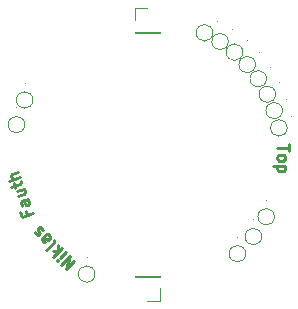
<source format=gto>
G04 #@! TF.GenerationSoftware,KiCad,Pcbnew,5.0.2-bee76a0~70~ubuntu18.04.1*
G04 #@! TF.CreationDate,2019-05-15T03:21:57+02:00*
G04 #@! TF.ProjectId,ring,72696e67-2e6b-4696-9361-645f70636258,rev?*
G04 #@! TF.SameCoordinates,Original*
G04 #@! TF.FileFunction,Legend,Top*
G04 #@! TF.FilePolarity,Positive*
%FSLAX46Y46*%
G04 Gerber Fmt 4.6, Leading zero omitted, Abs format (unit mm)*
G04 Created by KiCad (PCBNEW 5.0.2-bee76a0~70~ubuntu18.04.1) date Mi 15 Mai 2019 03:21:57 CEST*
%MOMM*%
%LPD*%
G01*
G04 APERTURE LIST*
%ADD10C,0.250000*%
%ADD11C,0.120000*%
%ADD12C,0.100000*%
%ADD13C,0.150000*%
G04 APERTURE END LIST*
D10*
X99695909Y-84833968D02*
X99809916Y-85147199D01*
X100302135Y-84968046D02*
X99362443Y-85310066D01*
X99199576Y-84862593D01*
X99862395Y-83759870D02*
X99370175Y-83939023D01*
X99296967Y-84016344D01*
X99284794Y-84122125D01*
X99349940Y-84301114D01*
X99427261Y-84374322D01*
X99817648Y-83776156D02*
X99894969Y-83849364D01*
X99976402Y-84073101D01*
X99964228Y-84178882D01*
X99891020Y-84256202D01*
X99801526Y-84288776D01*
X99695744Y-84276602D01*
X99618424Y-84203394D01*
X99536990Y-83979658D01*
X99459670Y-83906450D01*
X98926487Y-83137685D02*
X99552948Y-82909672D01*
X99073067Y-83540410D02*
X99565287Y-83361257D01*
X99638495Y-83283936D01*
X99650669Y-83178155D01*
X99601809Y-83043913D01*
X99524488Y-82970706D01*
X99463454Y-82942245D01*
X98812480Y-82824454D02*
X98682187Y-82466476D01*
X98450389Y-82804219D02*
X99255840Y-82511059D01*
X99329048Y-82433738D01*
X99341222Y-82327957D01*
X99308648Y-82238463D01*
X99194642Y-81925232D02*
X98254949Y-82267252D01*
X99048062Y-81522506D02*
X98555842Y-81701660D01*
X98482634Y-81778980D01*
X98470460Y-81884762D01*
X98519320Y-82019003D01*
X98596641Y-82092211D01*
X98657674Y-82120672D01*
X103817766Y-89028003D02*
X103110660Y-89735110D01*
X103413705Y-88623942D01*
X102706599Y-89331049D01*
X103076988Y-88287225D02*
X102605583Y-88758629D01*
X102369881Y-88994331D02*
X102437225Y-88994331D01*
X102437225Y-88926988D01*
X102369881Y-88926988D01*
X102369881Y-88994331D01*
X102437225Y-88926988D01*
X102740270Y-87950507D02*
X102033164Y-88657614D01*
X102403553Y-88152538D02*
X102470896Y-87681133D01*
X101999492Y-88152538D02*
X102538240Y-88152538D01*
X102066835Y-87277072D02*
X102100507Y-87378087D01*
X102066835Y-87479103D01*
X101460744Y-88085194D01*
X101494416Y-86704652D02*
X101124026Y-87075042D01*
X101090355Y-87176057D01*
X101124026Y-87277072D01*
X101258713Y-87411759D01*
X101359729Y-87445431D01*
X101460744Y-86738324D02*
X101561759Y-86771996D01*
X101730118Y-86940355D01*
X101763790Y-87041370D01*
X101730118Y-87142385D01*
X101662774Y-87209729D01*
X101561759Y-87243400D01*
X101460744Y-87209729D01*
X101292385Y-87041370D01*
X101191370Y-87007698D01*
X101157698Y-86435278D02*
X101124026Y-86334263D01*
X100989339Y-86199576D01*
X100888324Y-86165904D01*
X100787309Y-86199576D01*
X100753637Y-86233248D01*
X100719965Y-86334263D01*
X100753637Y-86435278D01*
X100854652Y-86536294D01*
X100888324Y-86637309D01*
X100854652Y-86738324D01*
X100820981Y-86771996D01*
X100719965Y-86805668D01*
X100618950Y-86771996D01*
X100517935Y-86670981D01*
X100484263Y-86569965D01*
X121997619Y-79159523D02*
X121997619Y-79730952D01*
X120997619Y-79445238D02*
X121997619Y-79445238D01*
X120997619Y-80207142D02*
X121045238Y-80111904D01*
X121092857Y-80064285D01*
X121188095Y-80016666D01*
X121473809Y-80016666D01*
X121569047Y-80064285D01*
X121616666Y-80111904D01*
X121664285Y-80207142D01*
X121664285Y-80350000D01*
X121616666Y-80445238D01*
X121569047Y-80492857D01*
X121473809Y-80540476D01*
X121188095Y-80540476D01*
X121092857Y-80492857D01*
X121045238Y-80445238D01*
X120997619Y-80350000D01*
X120997619Y-80207142D01*
X121664285Y-80969047D02*
X120664285Y-80969047D01*
X121616666Y-80969047D02*
X121664285Y-81064285D01*
X121664285Y-81254761D01*
X121616666Y-81350000D01*
X121569047Y-81397619D01*
X121473809Y-81445238D01*
X121188095Y-81445238D01*
X121092857Y-81397619D01*
X121045238Y-81350000D01*
X120997619Y-81254761D01*
X120997619Y-81064285D01*
X121045238Y-80969047D01*
D11*
G04 #@! TO.C,REF\002A\002A*
X111060000Y-90290000D02*
X108940000Y-90290000D01*
X111060000Y-90350000D02*
X111060000Y-90290000D01*
X108940000Y-90350000D02*
X108940000Y-90290000D01*
X111060000Y-90350000D02*
X108940000Y-90350000D01*
X111060000Y-91350000D02*
X111060000Y-92410000D01*
X111060000Y-92410000D02*
X110000000Y-92410000D01*
G04 #@! TO.C,J13*
X99620000Y-77480000D02*
G75*
G03X99620000Y-77480000I-700000J0D01*
G01*
G04 #@! TO.C,J9*
X116860000Y-70450000D02*
G75*
G03X116860000Y-70450000I-700000J0D01*
G01*
G04 #@! TO.C,J16*
X118330000Y-88410000D02*
G75*
G03X118330000Y-88410000I-700000J0D01*
G01*
G04 #@! TO.C,J10*
X115540000Y-69710000D02*
G75*
G03X115540000Y-69710000I-700000J0D01*
G01*
G04 #@! TO.C,J15*
X105570000Y-90140000D02*
G75*
G03X105570000Y-90140000I-700000J0D01*
G01*
G04 #@! TO.C,J14*
X100310000Y-75400000D02*
G75*
G03X100310000Y-75400000I-700000J0D01*
G01*
G04 #@! TO.C,J2*
X121440000Y-76300000D02*
G75*
G03X121440000Y-76300000I-700000J0D01*
G01*
G04 #@! TO.C,J3*
X120860000Y-74910000D02*
G75*
G03X120860000Y-74910000I-700000J0D01*
G01*
G04 #@! TO.C,J4*
X120090000Y-73600000D02*
G75*
G03X120090000Y-73600000I-700000J0D01*
G01*
G04 #@! TO.C,J6*
X119680000Y-86960000D02*
G75*
G03X119680000Y-86960000I-700000J0D01*
G01*
G04 #@! TO.C,J5*
X119160000Y-72400000D02*
G75*
G03X119160000Y-72400000I-700000J0D01*
G01*
G04 #@! TO.C,J8*
X120760000Y-85280000D02*
G75*
G03X120760000Y-85280000I-700000J0D01*
G01*
G04 #@! TO.C,J1*
X121840000Y-77760000D02*
G75*
G03X121840000Y-77760000I-700000J0D01*
G01*
G04 #@! TO.C,J7*
X118080000Y-71350000D02*
G75*
G03X118080000Y-71350000I-700000J0D01*
G01*
G04 #@! TO.C,REF\002A\002A*
X108940000Y-67590000D02*
X110000000Y-67590000D01*
X108940000Y-68650000D02*
X108940000Y-67590000D01*
X108940000Y-69650000D02*
X111060000Y-69650000D01*
X111060000Y-69650000D02*
X111060000Y-69710000D01*
X108940000Y-69650000D02*
X108940000Y-69710000D01*
X108940000Y-69710000D02*
X111060000Y-69710000D01*
G04 #@! TO.C,J13*
D12*
X98920000Y-76032000D02*
X98920000Y-76032000D01*
X98920000Y-76032000D01*
X98920000Y-76032000D01*
X98920000Y-76032000D01*
X98920000Y-76032000D01*
X98920000Y-76032000D02*
X98920000Y-76032000D01*
X98920000Y-76032000D02*
X98920000Y-76032000D01*
X98920000Y-76032000D01*
X98920000Y-76032000D01*
X98920000Y-76032000D01*
X98920000Y-76032000D02*
X98920000Y-76032000D01*
X98920000Y-76032000D01*
X98920000Y-76032000D01*
X98920000Y-76032000D01*
X98920000Y-76032000D01*
X98920000Y-76032000D01*
X98920000Y-76032000D01*
X98920000Y-76032000D01*
X98920000Y-76032000D01*
X98920000Y-76032000D01*
X98920000Y-76032000D01*
X98920000Y-76032000D01*
X98920000Y-76032000D01*
D13*
G04 #@! TO.C,J9*
D12*
X117183891Y-69426109D02*
X117183891Y-69426109D01*
X117183891Y-69426109D01*
X117183891Y-69426109D01*
X117183891Y-69426109D01*
X117183891Y-69426109D01*
X117183891Y-69426109D02*
X117183891Y-69426109D01*
X117183891Y-69426109D01*
X117183891Y-69426109D01*
X117183891Y-69426109D01*
X117183891Y-69426109D01*
X117183891Y-69426109D01*
X117183891Y-69426109D01*
X117183891Y-69426109D01*
X117183891Y-69426109D01*
X117183891Y-69426109D01*
X117183891Y-69426109D01*
X117183891Y-69426109D01*
X117183891Y-69426109D01*
X117183891Y-69426109D01*
X117183891Y-69426109D01*
X117183891Y-69426109D01*
X117183891Y-69426109D01*
X117183891Y-69426109D01*
X117183891Y-69426109D01*
X117183891Y-69426109D01*
X117183891Y-69426109D01*
D13*
G04 #@! TO.C,J16*
D12*
X117630000Y-86962000D02*
X117630000Y-86962000D01*
X117630000Y-86962000D01*
X117630000Y-86962000D01*
X117630000Y-86962000D01*
X117630000Y-86962000D01*
X117630000Y-86962000D02*
X117630000Y-86962000D01*
X117630000Y-86962000D02*
X117630000Y-86962000D01*
X117630000Y-86962000D01*
X117630000Y-86962000D01*
X117630000Y-86962000D01*
X117630000Y-86962000D02*
X117630000Y-86962000D01*
X117630000Y-86962000D01*
X117630000Y-86962000D01*
X117630000Y-86962000D01*
X117630000Y-86962000D01*
X117630000Y-86962000D01*
X117630000Y-86962000D01*
X117630000Y-86962000D01*
X117630000Y-86962000D01*
X117630000Y-86962000D01*
X117630000Y-86962000D01*
X117630000Y-86962000D01*
X117630000Y-86962000D01*
X117630000Y-86962000D01*
X117630000Y-86962000D01*
X117630000Y-86962000D01*
X117630000Y-86962000D01*
X117630000Y-86962000D01*
X117630000Y-86962000D01*
X117630000Y-86962000D01*
X117630000Y-86962000D01*
D13*
G04 #@! TO.C,J10*
D12*
X115863891Y-68686109D02*
X115863891Y-68686109D01*
X115863891Y-68686109D01*
X115863891Y-68686109D01*
X115863891Y-68686109D01*
X115863891Y-68686109D01*
X115863891Y-68686109D02*
X115863891Y-68686109D01*
X115863891Y-68686109D02*
X115863891Y-68686109D01*
X115863891Y-68686109D01*
X115863891Y-68686109D01*
X115863891Y-68686109D01*
X115863891Y-68686109D02*
X115863891Y-68686109D01*
X115863891Y-68686109D01*
X115863891Y-68686109D01*
X115863891Y-68686109D01*
X115863891Y-68686109D01*
X115863891Y-68686109D01*
X115863891Y-68686109D01*
X115863891Y-68686109D01*
X115863891Y-68686109D01*
X115863891Y-68686109D01*
X115863891Y-68686109D01*
X115863891Y-68686109D01*
X115863891Y-68686109D01*
X115863891Y-68686109D01*
X115863891Y-68686109D01*
X115863891Y-68686109D01*
X115863891Y-68686109D01*
X115863891Y-68686109D01*
X115863891Y-68686109D01*
X115863891Y-68686109D01*
D13*
G04 #@! TO.C,J15*
D12*
X104870000Y-88692000D02*
X104870000Y-88692000D01*
X104870000Y-88692000D01*
X104870000Y-88692000D01*
X104870000Y-88692000D01*
X104870000Y-88692000D01*
X104870000Y-88692000D02*
X104870000Y-88692000D01*
X104870000Y-88692000D02*
X104870000Y-88692000D01*
X104870000Y-88692000D01*
X104870000Y-88692000D01*
X104870000Y-88692000D01*
X104870000Y-88692000D02*
X104870000Y-88692000D01*
X104870000Y-88692000D01*
X104870000Y-88692000D01*
X104870000Y-88692000D01*
X104870000Y-88692000D01*
X104870000Y-88692000D01*
X104870000Y-88692000D01*
X104870000Y-88692000D01*
X104870000Y-88692000D01*
X104870000Y-88692000D01*
X104870000Y-88692000D01*
X104870000Y-88692000D01*
X104870000Y-88692000D01*
X104870000Y-88692000D01*
X104870000Y-88692000D01*
D13*
G04 #@! TO.C,J14*
D12*
X99610000Y-73952000D02*
X99610000Y-73952000D01*
X99610000Y-73952000D01*
X99610000Y-73952000D01*
X99610000Y-73952000D01*
X99610000Y-73952000D01*
X99610000Y-73952000D02*
X99610000Y-73952000D01*
X99610000Y-73952000D02*
X99610000Y-73952000D01*
X99610000Y-73952000D01*
X99610000Y-73952000D01*
X99610000Y-73952000D01*
X99610000Y-73952000D02*
X99610000Y-73952000D01*
X99610000Y-73952000D02*
X99610000Y-73952000D01*
X99610000Y-73952000D01*
D13*
G04 #@! TO.C,J2*
D12*
X121763891Y-75276109D02*
X121763891Y-75276109D01*
X121763891Y-75276109D01*
X121763891Y-75276109D01*
X121763891Y-75276109D01*
X121763891Y-75276109D01*
X121763891Y-75276109D02*
X121763891Y-75276109D01*
X121763891Y-75276109D01*
X121763891Y-75276109D01*
X121763891Y-75276109D01*
X121763891Y-75276109D01*
X121763891Y-75276109D01*
X121763891Y-75276109D01*
X121763891Y-75276109D01*
X121763891Y-75276109D01*
X121763891Y-75276109D01*
D13*
G04 #@! TO.C,J3*
D12*
X121183891Y-73886109D02*
X121183891Y-73886109D01*
X121183891Y-73886109D01*
X121183891Y-73886109D01*
X121183891Y-73886109D01*
X121183891Y-73886109D01*
X121183891Y-73886109D02*
X121183891Y-73886109D01*
X121183891Y-73886109D01*
X121183891Y-73886109D01*
X121183891Y-73886109D01*
X121183891Y-73886109D01*
X121183891Y-73886109D01*
X121183891Y-73886109D01*
X121183891Y-73886109D01*
X121183891Y-73886109D01*
X121183891Y-73886109D01*
X121183891Y-73886109D01*
X121183891Y-73886109D01*
X121183891Y-73886109D01*
D13*
G04 #@! TO.C,J4*
D12*
X120413891Y-72576109D02*
X120413891Y-72576109D01*
X120413891Y-72576109D01*
X120413891Y-72576109D01*
X120413891Y-72576109D01*
X120413891Y-72576109D01*
X120413891Y-72576109D02*
X120413891Y-72576109D01*
X120413891Y-72576109D02*
X120413891Y-72576109D01*
X120413891Y-72576109D01*
D13*
G04 #@! TO.C,J6*
D12*
X118980000Y-85512000D02*
X118980000Y-85512000D01*
X118980000Y-85512000D01*
X118980000Y-85512000D01*
X118980000Y-85512000D01*
X118980000Y-85512000D01*
X118980000Y-85512000D02*
X118980000Y-85512000D01*
X118980000Y-85512000D01*
X118980000Y-85512000D01*
X118980000Y-85512000D01*
X118980000Y-85512000D01*
X118980000Y-85512000D01*
X118980000Y-85512000D01*
X118980000Y-85512000D01*
X118980000Y-85512000D01*
X118980000Y-85512000D01*
X118980000Y-85512000D01*
X118980000Y-85512000D01*
X118980000Y-85512000D01*
X118980000Y-85512000D01*
X118980000Y-85512000D01*
X118980000Y-85512000D01*
X118980000Y-85512000D01*
X118980000Y-85512000D01*
X118980000Y-85512000D01*
X118980000Y-85512000D01*
X118980000Y-85512000D01*
D13*
G04 #@! TO.C,J5*
D12*
X119483891Y-71376109D02*
X119483891Y-71376109D01*
X119483891Y-71376109D01*
X119483891Y-71376109D01*
X119483891Y-71376109D01*
X119483891Y-71376109D01*
X119483891Y-71376109D02*
X119483891Y-71376109D01*
X119483891Y-71376109D01*
X119483891Y-71376109D01*
X119483891Y-71376109D01*
X119483891Y-71376109D01*
X119483891Y-71376109D01*
X119483891Y-71376109D01*
X119483891Y-71376109D01*
X119483891Y-71376109D01*
X119483891Y-71376109D01*
X119483891Y-71376109D01*
X119483891Y-71376109D01*
X119483891Y-71376109D01*
X119483891Y-71376109D01*
X119483891Y-71376109D01*
D13*
G04 #@! TO.C,J8*
D12*
X120060000Y-83832000D02*
X120060000Y-83832000D01*
X120060000Y-83832000D01*
X120060000Y-83832000D01*
X120060000Y-83832000D01*
X120060000Y-83832000D01*
X120060000Y-83832000D02*
X120060000Y-83832000D01*
X120060000Y-83832000D01*
X120060000Y-83832000D01*
X120060000Y-83832000D01*
X120060000Y-83832000D01*
X120060000Y-83832000D01*
X120060000Y-83832000D01*
X120060000Y-83832000D01*
X120060000Y-83832000D01*
X120060000Y-83832000D01*
X120060000Y-83832000D01*
X120060000Y-83832000D01*
X120060000Y-83832000D01*
X120060000Y-83832000D01*
X120060000Y-83832000D01*
X120060000Y-83832000D01*
X120060000Y-83832000D01*
X120060000Y-83832000D01*
X120060000Y-83832000D01*
X120060000Y-83832000D01*
X120060000Y-83832000D01*
X120060000Y-83832000D01*
X120060000Y-83832000D01*
X120060000Y-83832000D01*
X120060000Y-83832000D01*
X120060000Y-83832000D01*
X120060000Y-83832000D01*
X120060000Y-83832000D01*
X120060000Y-83832000D01*
X120060000Y-83832000D01*
X120060000Y-83832000D01*
D13*
G04 #@! TO.C,J1*
D12*
X122163891Y-76736109D02*
X122163891Y-76736109D01*
X122163891Y-76736109D01*
X122163891Y-76736109D01*
X122163891Y-76736109D01*
X122163891Y-76736109D01*
X122163891Y-76736109D02*
X122163891Y-76736109D01*
X122163891Y-76736109D02*
X122163891Y-76736109D01*
X122163891Y-76736109D01*
X122163891Y-76736109D01*
X122163891Y-76736109D01*
D13*
G04 #@! TO.C,J7*
D12*
X118403891Y-70326109D02*
X118403891Y-70326109D01*
X118403891Y-70326109D01*
X118403891Y-70326109D01*
X118403891Y-70326109D01*
X118403891Y-70326109D01*
X118403891Y-70326109D02*
X118403891Y-70326109D01*
X118403891Y-70326109D01*
D13*
G04 #@! TD*
M02*

</source>
